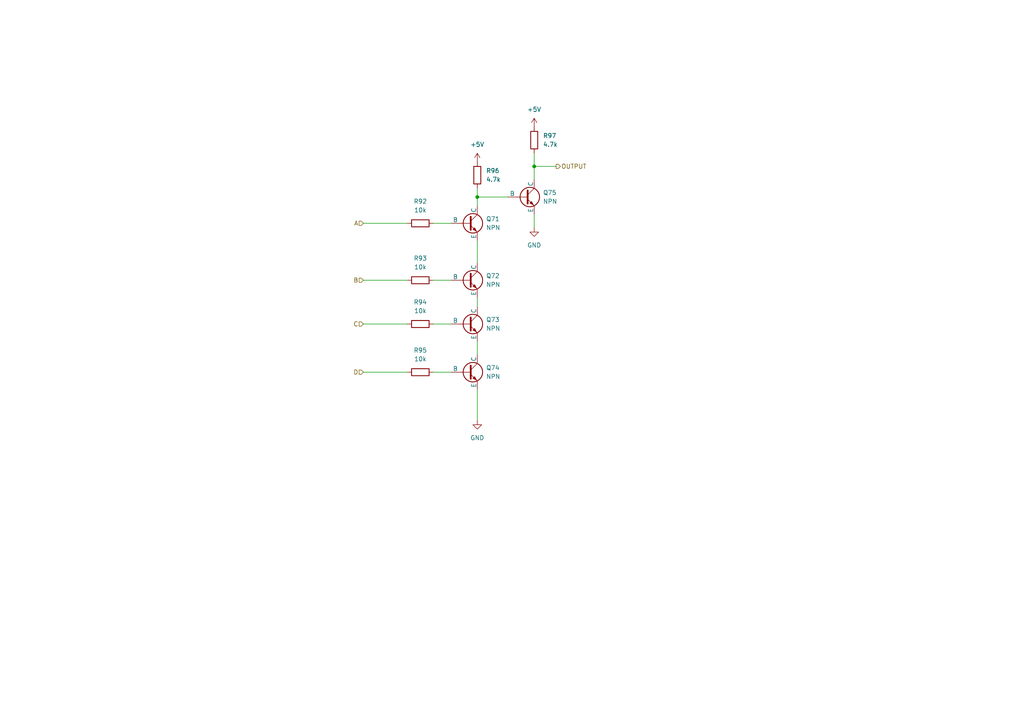
<source format=kicad_sch>
(kicad_sch (version 20231120) (generator "eeschema") (generator_version "8.0")
  (paper "A4")
  (lib_symbols
    (symbol "Device:R" (pin_numbers hide) (pin_names (offset 0))
      (property "Reference" "R" (at 2.032 0 90))
      (property "Value" "R" (at 0 0 90))
      (symbol "R_0_1"
        (rectangle (start -1.016 -2.54) (end 1.016 2.54) (stroke (width 0.254)))
      )
      (symbol "R_1_1"
        (pin passive line (at 0 3.81 270) (length 1.27) (name "~") (number "1"))
        (pin passive line (at 0 -3.81 90) (length 1.27) (name "~") (number "2"))
      )
    )
    (symbol "Simulation_SPICE:NPN" (pin_numbers hide) (pin_names (offset 0))
      (property "Reference" "Q" (at -2.54 7.62 0))
      (property "Value" "NPN" (at -2.54 5.08 0))
      (symbol "NPN_0_1"
        (polyline (pts (xy -2.54 0) (xy 0.635 0)) (stroke (width 0.1524)))
        (polyline (pts (xy 0.635 0.635) (xy 2.54 2.54)))
        (polyline (pts (xy 2.794 -1.27) (xy 2.794 -1.27)) (stroke (width 0.1524)))
        (polyline (pts (xy 2.794 -1.27) (xy 2.794 -1.27)) (stroke (width 0.1524)))
        (polyline (pts (xy 0.635 -0.635) (xy 2.54 -2.54) (xy 2.54 -2.54)))
        (polyline (pts (xy 0.635 1.905) (xy 0.635 -1.905) (xy 0.635 -1.905)) (stroke (width 0.508)))
        (polyline (pts (xy 1.27 -1.778) (xy 1.778 -1.27) (xy 2.286 -2.286) (xy 1.27 -1.778) (xy 1.27 -1.778)) (fill (type outline)))
        (circle (center 1.27 0) (radius 2.8194) (stroke (width 0.254)))
      )
      (symbol "NPN_1_1"
        (pin open_collector line (at 2.54 5.08 270) (length 2.54) (name "C") (number "1"))
        (pin input line (at -5.08 0 0) (length 2.54) (name "B") (number "2"))
        (pin open_emitter line (at 2.54 -5.08 90) (length 2.54) (name "E") (number "3"))
      )
    )
    (symbol "power:+5V" (power) (pin_numbers hide) (pin_names (offset 0) hide)
      (property "Value" "+5V" (at 0 3.556 0))
      (symbol "+5V_0_1"
        (polyline (pts (xy -0.762 1.27) (xy 0 2.54)))
        (polyline (pts (xy 0 0) (xy 0 2.54)))
        (polyline (pts (xy 0 2.54) (xy 0.762 1.27)))
      )
      (symbol "+5V_1_1"
        (pin power_in line (at 0 0 90) (length 0) (name "~") (number "1"))
      )
    )
    (symbol "power:GND" (power) (pin_numbers hide) (pin_names (offset 0) hide)
      (property "Value" "GND" (at 0 -3.81 0))
      (symbol "GND_0_1"
        (polyline (pts (xy 0 0) (xy 0 -1.27) (xy 1.27 -1.27) (xy 0 -2.54) (xy -1.27 -1.27) (xy 0 -1.27)))
      )
      (symbol "GND_1_1"
        (pin power_in line (at 0 0 270) (length 0) (name "~") (number "1"))
      )
    )
  )
  (junction (at 154.94 48.26))
  (junction (at 138.43 57.15))
  (wire (pts (xy 125.73 107.95) (xy 130.81 107.95)))
  (wire (pts (xy 125.73 81.28) (xy 130.81 81.28)))
  (wire (pts (xy 138.43 54.61) (xy 138.43 57.15)))
  (wire (pts (xy 105.41 93.98) (xy 118.11 93.98)))
  (wire (pts (xy 125.73 93.98) (xy 130.81 93.98)))
  (wire (pts (xy 105.41 81.28) (xy 118.11 81.28)))
  (wire (pts (xy 138.43 99.06) (xy 138.43 102.87)))
  (wire (pts (xy 105.41 64.77) (xy 118.11 64.77)))
  (wire (pts (xy 138.43 57.15) (xy 147.32 57.15)))
  (wire (pts (xy 138.43 69.85) (xy 138.43 76.2)))
  (wire (pts (xy 154.94 48.26) (xy 154.94 52.07)))
  (wire (pts (xy 138.43 113.03) (xy 138.43 121.92)))
  (wire (pts (xy 105.41 107.95) (xy 118.11 107.95)))
  (wire (pts (xy 138.43 86.36) (xy 138.43 88.9)))
  (wire (pts (xy 125.73 64.77) (xy 130.81 64.77)))
  (wire (pts (xy 154.94 62.23) (xy 154.94 66.04)))
  (wire (pts (xy 154.94 48.26) (xy 161.29 48.26)))
  (wire (pts (xy 154.94 44.45) (xy 154.94 48.26)))
  (wire (pts (xy 138.43 57.15) (xy 138.43 59.69)))
  (hierarchical_label "A" (shape input) (at 105.41 64.77 180))
  (hierarchical_label "OUTPUT" (shape output) (at 161.29 48.26 0))
  (hierarchical_label "D" (shape input) (at 105.41 107.95 180))
  (hierarchical_label "C" (shape input) (at 105.41 93.98 180))
  (hierarchical_label "B" (shape input) (at 105.41 81.28 180))
  (symbol (lib_id "Device:R") (at 121.92 107.95 90) (unit 1)
    (property "Reference" "R76" (at 121.92 101.6 90))
    (property "Value" "10k" (at 121.92 104.14 90))
    (property "Footprint" "R0603:R0603" (effects (hide yes)))
    (property "Description" "Resistor" (effects (hide yes)))
    (instances (project "control-unit" (path "" (reference "R95") (unit 1)) (path "" (reference "R76") (unit 1))))
  )
  (symbol (lib_id "Device:R") (at 121.92 64.77 90) (unit 1)
    (property "Reference" "R73" (at 121.92 58.42 90))
    (property "Value" "10k" (at 121.92 60.96 90))
    (property "Footprint" "R0603:R0603" (effects (hide yes)))
    (property "Description" "Resistor" (effects (hide yes)))
    (instances (project "control-unit" (path "" (reference "R92") (unit 1)) (path "" (reference "R73") (unit 1))))
  )
  (symbol (lib_id "Simulation_SPICE:NPN") (at 135.89 81.28 0) (unit 1)
    (property "Reference" "Q57" (at 140.97 80.0099 0) (effects (justify left)))
    (property "Value" "NPN" (at 140.97 82.5499 0) (effects (justify left)))
    (property "Footprint" "SOT-23-3_L2.9-W1.6-P1.90-LS2.8-BR:SOT-23-3_L2.9-W1.6-P1.90-LS2.8-BR" (effects (hide yes)))
    (property "Datasheet" "https://ngspice.sourceforge.io/docs/ngspice-html-manual/manual.xhtml#cha_BJTs" (effects (hide yes)))
    (property "Description" "Bipolar transistor symbol for simulation only, substrate tied to the emitter" (effects (hide yes)))
    (property "Sim.Device" "NPN" (effects (hide yes)))
    (property "Sim.Type" "GUMMELPOON" (effects (hide yes)))
    (property "Sim.Pins" "1=C 2=B 3=E" (effects (hide yes)))
    (instances (project "control-unit" (path "" (reference "Q72") (unit 1)) (path "" (reference "Q57") (unit 1))))
  )
  (symbol (lib_id "power:+5V") (at 138.43 46.99 0) (unit 1)
    (property "Reference" "#PWR068" (effects (hide yes)))
    (property "Value" "+5V" (at 138.43 41.91 0))
    (property "Description" "Power symbol creates a global label with name \"+5V\"" (effects (hide yes)))
    (instances (project "control-unit" (path "" (reference "#PWR084") (unit 1)) (path "" (reference "#PWR068") (unit 1))))
  )
  (symbol (lib_id "Simulation_SPICE:NPN") (at 135.89 64.77 0) (unit 1)
    (property "Reference" "Q56" (at 140.97 63.4999 0) (effects (justify left)))
    (property "Value" "NPN" (at 140.97 66.0399 0) (effects (justify left)))
    (property "Footprint" "SOT-23-3_L2.9-W1.6-P1.90-LS2.8-BR:SOT-23-3_L2.9-W1.6-P1.90-LS2.8-BR" (effects (hide yes)))
    (property "Datasheet" "https://ngspice.sourceforge.io/docs/ngspice-html-manual/manual.xhtml#cha_BJTs" (effects (hide yes)))
    (property "Description" "Bipolar transistor symbol for simulation only, substrate tied to the emitter" (effects (hide yes)))
    (property "Sim.Device" "NPN" (effects (hide yes)))
    (property "Sim.Type" "GUMMELPOON" (effects (hide yes)))
    (property "Sim.Pins" "1=C 2=B 3=E" (effects (hide yes)))
    (instances (project "control-unit" (path "" (reference "Q71") (unit 1)) (path "" (reference "Q56") (unit 1))))
  )
  (symbol (lib_id "Device:R") (at 154.94 40.64 180) (unit 1)
    (property "Reference" "R78" (at 157.48 39.3699 0) (effects (justify right)))
    (property "Value" "4.7k" (at 157.48 41.9099 0) (effects (justify right)))
    (property "Footprint" "R0603:R0603" (effects (hide yes)))
    (property "Description" "Resistor" (effects (hide yes)))
    (instances (project "control-unit" (path "" (reference "R97") (unit 1)) (path "" (reference "R78") (unit 1))))
  )
  (symbol (lib_id "Simulation_SPICE:NPN") (at 135.89 93.98 0) (unit 1)
    (property "Reference" "Q58" (at 140.97 92.7099 0) (effects (justify left)))
    (property "Value" "NPN" (at 140.97 95.2499 0) (effects (justify left)))
    (property "Footprint" "SOT-23-3_L2.9-W1.6-P1.90-LS2.8-BR:SOT-23-3_L2.9-W1.6-P1.90-LS2.8-BR" (effects (hide yes)))
    (property "Datasheet" "https://ngspice.sourceforge.io/docs/ngspice-html-manual/manual.xhtml#cha_BJTs" (effects (hide yes)))
    (property "Description" "Bipolar transistor symbol for simulation only, substrate tied to the emitter" (effects (hide yes)))
    (property "Sim.Device" "NPN" (effects (hide yes)))
    (property "Sim.Type" "GUMMELPOON" (effects (hide yes)))
    (property "Sim.Pins" "1=C 2=B 3=E" (effects (hide yes)))
    (instances (project "control-unit" (path "" (reference "Q73") (unit 1)) (path "" (reference "Q58") (unit 1))))
  )
  (symbol (lib_id "Device:R") (at 121.92 81.28 90) (unit 1)
    (property "Reference" "R74" (at 121.92 74.93 90))
    (property "Value" "10k" (at 121.92 77.47 90))
    (property "Footprint" "R0603:R0603" (effects (hide yes)))
    (property "Description" "Resistor" (effects (hide yes)))
    (instances (project "control-unit" (path "" (reference "R93") (unit 1)) (path "" (reference "R74") (unit 1))))
  )
  (symbol (lib_id "Simulation_SPICE:NPN") (at 152.4 57.15 0) (unit 1)
    (property "Reference" "Q60" (at 157.48 55.8799 0) (effects (justify left)))
    (property "Value" "NPN" (at 157.48 58.4199 0) (effects (justify left)))
    (property "Footprint" "SOT-23-3_L2.9-W1.6-P1.90-LS2.8-BR:SOT-23-3_L2.9-W1.6-P1.90-LS2.8-BR" (effects (hide yes)))
    (property "Datasheet" "https://ngspice.sourceforge.io/docs/ngspice-html-manual/manual.xhtml#cha_BJTs" (effects (hide yes)))
    (property "Description" "Bipolar transistor symbol for simulation only, substrate tied to the emitter" (effects (hide yes)))
    (property "Sim.Device" "NPN" (effects (hide yes)))
    (property "Sim.Type" "GUMMELPOON" (effects (hide yes)))
    (property "Sim.Pins" "1=C 2=B 3=E" (effects (hide yes)))
    (instances (project "control-unit" (path "" (reference "Q75") (unit 1)) (path "" (reference "Q60") (unit 1))))
  )
  (symbol (lib_id "Device:R") (at 121.92 93.98 90) (unit 1)
    (property "Reference" "R75" (at 121.92 87.63 90))
    (property "Value" "10k" (at 121.92 90.17 90))
    (property "Footprint" "R0603:R0603" (effects (hide yes)))
    (property "Description" "Resistor" (effects (hide yes)))
    (instances (project "control-unit" (path "" (reference "R94") (unit 1)) (path "" (reference "R75") (unit 1))))
  )
  (symbol (lib_id "Simulation_SPICE:NPN") (at 135.89 107.95 0) (unit 1)
    (property "Reference" "Q59" (at 140.97 106.6799 0) (effects (justify left)))
    (property "Value" "NPN" (at 140.97 109.2199 0) (effects (justify left)))
    (property "Footprint" "SOT-23-3_L2.9-W1.6-P1.90-LS2.8-BR:SOT-23-3_L2.9-W1.6-P1.90-LS2.8-BR" (effects (hide yes)))
    (property "Datasheet" "https://ngspice.sourceforge.io/docs/ngspice-html-manual/manual.xhtml#cha_BJTs" (effects (hide yes)))
    (property "Description" "Bipolar transistor symbol for simulation only, substrate tied to the emitter" (effects (hide yes)))
    (property "Sim.Device" "NPN" (effects (hide yes)))
    (property "Sim.Type" "GUMMELPOON" (effects (hide yes)))
    (property "Sim.Pins" "1=C 2=B 3=E" (effects (hide yes)))
    (instances (project "control-unit" (path "" (reference "Q74") (unit 1)) (path "" (reference "Q59") (unit 1))))
  )
  (symbol (lib_id "Device:R") (at 138.43 50.8 180) (unit 1)
    (property "Reference" "R77" (at 140.97 49.5299 0) (effects (justify right)))
    (property "Value" "4.7k" (at 140.97 52.0699 0) (effects (justify right)))
    (property "Footprint" "R0603:R0603" (effects (hide yes)))
    (property "Description" "Resistor" (effects (hide yes)))
    (instances (project "control-unit" (path "" (reference "R96") (unit 1)) (path "" (reference "R77") (unit 1))))
  )
  (symbol (lib_id "power:+5V") (at 154.94 36.83 0) (unit 1)
    (property "Reference" "#PWR070" (effects (hide yes)))
    (property "Value" "+5V" (at 154.94 31.75 0))
    (property "Description" "Power symbol creates a global label with name \"+5V\"" (effects (hide yes)))
    (instances (project "control-unit" (path "" (reference "#PWR086") (unit 1)) (path "" (reference "#PWR070") (unit 1))))
  )
  (symbol (lib_id "power:GND") (at 138.43 121.92 0) (unit 1)
    (property "Reference" "#PWR069" (effects (hide yes)))
    (property "Value" "GND" (at 138.43 127 0))
    (property "Description" "Power symbol creates a global label with name \"GND\" , ground" (effects (hide yes)))
    (instances (project "control-unit" (path "" (reference "#PWR085") (unit 1)) (path "" (reference "#PWR069") (unit 1))))
  )
  (symbol (lib_id "power:GND") (at 154.94 66.04 0) (unit 1)
    (property "Reference" "#PWR071" (effects (hide yes)))
    (property "Value" "GND" (at 154.94 71.12 0))
    (property "Description" "Power symbol creates a global label with name \"GND\" , ground" (effects (hide yes)))
    (instances (project "control-unit" (path "" (reference "#PWR087") (unit 1)) (path "" (reference "#PWR071") (unit 1))))
  )
)
</source>
